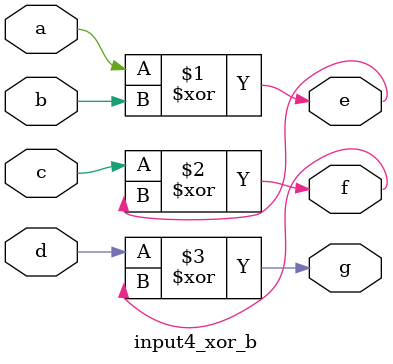
<source format=v>
`timescale 1ns / 1ps


module input4_xor_b(a,b,c,d,e,f,g);
    input a,b,c,d;
    output e,f,g;
    assign e = a^b;
    assign f = c^e;
    assign g = d^f;
endmodule

</source>
